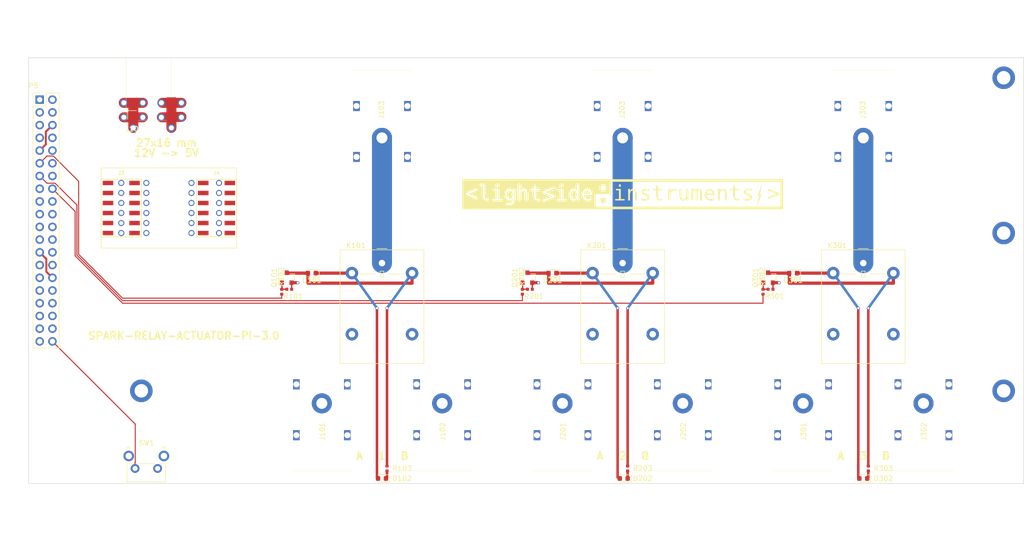
<source format=kicad_pcb>
(kicad_pcb (version 20211014) (generator pcbnew)
  (title_block (title "spark-relay-actuator-pi-3.0") (company "Lightside Instruments AS"))
  (layers (0 "F.Cu" signal) (1 "In1.Cu" mixed) (2 "In2.Cu" mixed) (31 "B.Cu" signal) (34 "B.Paste" user) (35 "F.Paste" user) (36 "B.SilkS" user "B.Silkscreen") (37 "F.SilkS" user "F.Silkscreen") (38 "B.Mask" user) (39 "F.Mask" user) (44 "Edge.Cuts" user))
  (net 0 "")
  (net 1 "GND")
  (net 2 "+5V")
  (net 3 "SYS_DCIN")
  (net 4 "Net-(D301-Pad2)")
  (net 5 "Net-(J301-Pad1)")
  (net 6 "Net-(Q301-Pad1)")
  (net 7 "+3V3")
  (net 8 "PORT3")
  (net 9 "PORT2")
  (net 10 "PORT1")
  (net 11 "RESET_BTN")
  (net 12 "Net-(J302-Pad1)")
  (net 13 "IN3")
  (net 14 "Net-(D101-Pad2)")
  (net 15 "Net-(D201-Pad2)")
  (net 16 "Net-(J101-Pad1)")
  (net 17 "Net-(J102-Pad1)")
  (net 18 "IN1")
  (net 19 "Net-(J201-Pad1)")
  (net 20 "Net-(J202-Pad1)")
  (net 21 "IN2")
  (net 22 "Net-(Q101-Pad1)")
  (net 23 "Net-(Q201-Pad1)")
  (net 24 "Net-(D102-Pad1)")
  (net 25 "Net-(D202-Pad1)")
  (net 26 "Net-(D302-Pad1)")
  (footprint "Resistor_SMD:R_0402_1005Metric" (layer "F.Cu") (at 66.5 87.715354 90)
    (fp_text reference "R102" (at 3 -0.1 90) (layer "F.SilkS"))
    (fp_text value "1K")
    (pad "1" smd roundrect locked (at -0.485 0 90) (size 0.59 0.64) (layers "F.Cu" "F.Paste" "F.Mask") (net 10 "PORT1"))
    (pad "2" smd roundrect locked (at 0.485 0 90) (size 0.59 0.64) (layers "F.Cu" "F.Paste" "F.Mask") (net 22 "Net-(Q101-Pad1)"))
  )
  (footprint "Relay_THT:Relay_SPDT_Omron-G5LE-1" (layer "F.Cu") (at 86.5 82)
    (fp_text reference "K101" (at -5.2 -3.5) (layer "F.SilkS"))
    (fp_text value "G5LE-1")
    (pad "1" thru_hole rect locked (at 0 0) (size 2.5 2.5) (drill 1.3) (layers *.Cu *.Mask) (net 18 "IN1"))
    (pad "2" thru_hole oval locked (at -6 2) (size 2.5 2.5) (drill 1.3) (layers *.Cu *.Mask) (net 3 "SYS_DCIN"))
    (pad "3" thru_hole oval locked (at -6 14.2) (size 2.5 2.5) (drill 1.3) (layers *.Cu *.Mask) (net 16 "Net-(J101-Pad1)"))
    (pad "4" thru_hole oval locked (at 6 14.2) (size 2.5 2.5) (drill 1.3) (layers *.Cu *.Mask) (net 17 "Net-(J102-Pad1)"))
    (pad "5" thru_hole oval locked (at 6 2) (size 2.5 2.5) (drill 1.3) (layers *.Cu *.Mask) (net 14 "Net-(D101-Pad2)"))
  )
  (footprint "Package_TO_SOT_SMD:SOT-23" (layer "F.Cu") (at 67.5 84.915354 90)
    (fp_text reference "Q101" (at 0 -2.5 90) (layer "F.SilkS"))
    (fp_text value "BS870")
    (pad "1" smd rect locked (at -1 -0.95 90) (size 0.9 0.8) (layers "F.Cu" "F.Paste" "F.Mask") (net 22 "Net-(Q101-Pad1)"))
    (pad "2" smd rect locked (at -1 0.95 90) (size 0.9 0.8) (layers "F.Cu" "F.Paste" "F.Mask") (net 1 "GND"))
    (pad "3" smd rect locked (at 1 0 90) (size 0.9 0.8) (layers "F.Cu" "F.Paste" "F.Mask") (net 14 "Net-(D101-Pad2)"))
  )
  (footprint "Resistor_SMD:R_0402_1005Metric" (layer "F.Cu") (at 68 87.215354)
    (fp_text reference "R101" (at 0.8 1.4) (layer "F.SilkS"))
    (fp_text value "10K")
    (pad "1" smd roundrect locked (at -0.485 0) (size 0.59 0.64) (layers "F.Cu" "F.Paste" "F.Mask") (net 22 "Net-(Q101-Pad1)"))
    (pad "2" smd roundrect locked (at 0.485 0) (size 0.59 0.64) (layers "F.Cu" "F.Paste" "F.Mask") (net 1 "GND"))
  )
  (footprint "Diode_SMD:D_0603_1608Metric" (layer "F.Cu") (at 72.5 84 180)
    (fp_text reference "D101" (at 0 -1.43 180) (layer "F.SilkS"))
    (fp_text value "D_Schottky")
    (pad "1" smd roundrect locked (at -0.7875 0 180) (size 0.875 0.95) (layers "F.Cu" "F.Paste" "F.Mask") (net 3 "SYS_DCIN"))
    (pad "2" smd roundrect locked (at 0.7875 0 180) (size 0.875 0.95) (layers "F.Cu" "F.Paste" "F.Mask") (net 14 "Net-(D101-Pad2)"))
  )
  (footprint "spark:mount_hole" (layer "F.Cu") (at 19.5 102.5 90)
    (fp_text reference "" hide)
    (fp_text value "" hide)
    (pad "" np_thru_hole circle locked (at 0 0 90) (size 2.75 2.75) (drill 2.75) (layers *.Cu *.Mask) (clearance 1.725))
  )
  (footprint "spark:mount_hole" (layer "F.Cu") (at 19.5 44.5 90)
    (fp_text reference "" hide)
    (fp_text value "" hide)
    (pad "" np_thru_hole circle locked (at 0 0 90) (size 2.75 2.75) (drill 2.75) (layers *.Cu *.Mask) (clearance 1.725))
  )
  (footprint "spark:PinHeader_2x20_P2.54mm_Vertical_1_04mm" (layer "F.Cu") (at 18.23 49.37)
    (fp_text reference "P5" (at -1.27 -2.77) (layer "F.SilkS"))
    (fp_text value "Raspberry_Pi_2_3")
    (pad "1" thru_hole rect locked (at 0 0) (size 1.7 1.7) (drill 1.04) (layers *.Cu *.Mask) (net 7 "+3V3"))
    (pad "2" thru_hole oval locked (at 2.54 0) (size 1.7 1.7) (drill 1.04) (layers *.Cu *.Mask) (net 2 "+5V"))
    (pad "3" thru_hole oval locked (at 0 2.54) (size 1.7 1.7) (drill 1.04) (layers *.Cu *.Mask))
    (pad "4" thru_hole oval locked (at 2.54 2.54) (size 1.7 1.7) (drill 1.04) (layers *.Cu *.Mask) (net 2 "+5V"))
    (pad "5" thru_hole oval locked (at 0 5.08) (size 1.7 1.7) (drill 1.04) (layers *.Cu *.Mask))
    (pad "6" thru_hole oval locked (at 2.54 5.08) (size 1.7 1.7) (drill 1.04) (layers *.Cu *.Mask) (net 1 "GND"))
    (pad "7" thru_hole oval locked (at 0 7.62) (size 1.7 1.7) (drill 1.04) (layers *.Cu *.Mask))
    (pad "8" thru_hole oval locked (at 2.54 7.62) (size 1.7 1.7) (drill 1.04) (layers *.Cu *.Mask))
    (pad "9" thru_hole oval locked (at 0 10.16) (size 1.7 1.7) (drill 1.04) (layers *.Cu *.Mask) (net 1 "GND"))
    (pad "10" thru_hole oval locked (at 2.54 10.16) (size 1.7 1.7) (drill 1.04) (layers *.Cu *.Mask))
    (pad "11" thru_hole oval locked (at 0 12.7) (size 1.7 1.7) (drill 1.04) (layers *.Cu *.Mask) (net 10 "PORT1"))
    (pad "12" thru_hole oval locked (at 2.54 12.7) (size 1.7 1.7) (drill 1.04) (layers *.Cu *.Mask))
    (pad "13" thru_hole oval locked (at 0 15.24) (size 1.7 1.7) (drill 1.04) (layers *.Cu *.Mask) (net 9 "PORT2"))
    (pad "14" thru_hole oval locked (at 2.54 15.24) (size 1.7 1.7) (drill 1.04) (layers *.Cu *.Mask) (net 1 "GND"))
    (pad "15" thru_hole oval locked (at 0 17.78) (size 1.7 1.7) (drill 1.04) (layers *.Cu *.Mask))
    (pad "16" thru_hole oval locked (at 2.54 17.78) (size 1.7 1.7) (drill 1.04) (layers *.Cu *.Mask) (net 8 "PORT3"))
    (pad "17" thru_hole oval locked (at 0 20.32) (size 1.7 1.7) (drill 1.04) (layers *.Cu *.Mask) (net 7 "+3V3"))
    (pad "18" thru_hole oval locked (at 2.54 20.32) (size 1.7 1.7) (drill 1.04) (layers *.Cu *.Mask))
    (pad "19" thru_hole oval locked (at 0 22.86) (size 1.7 1.7) (drill 1.04) (layers *.Cu *.Mask))
    (pad "20" thru_hole oval locked (at 2.54 22.86) (size 1.7 1.7) (drill 1.04) (layers *.Cu *.Mask) (net 1 "GND"))
    (pad "21" thru_hole oval locked (at 0 25.4) (size 1.7 1.7) (drill 1.04) (layers *.Cu *.Mask))
    (pad "22" thru_hole oval locked (at 2.54 25.4) (size 1.7 1.7) (drill 1.04) (layers *.Cu *.Mask))
    (pad "23" thru_hole oval locked (at 0 27.94) (size 1.7 1.7) (drill 1.04) (layers *.Cu *.Mask))
    (pad "24" thru_hole oval locked (at 2.54 27.94) (size 1.7 1.7) (drill 1.04) (layers *.Cu *.Mask))
    (pad "25" thru_hole oval locked (at 0 30.48) (size 1.7 1.7) (drill 1.04) (layers *.Cu *.Mask) (net 1 "GND"))
    (pad "26" thru_hole oval locked (at 2.54 30.48) (size 1.7 1.7) (drill 1.04) (layers *.Cu *.Mask))
    (pad "27" thru_hole oval locked (at 0 33.02) (size 1.7 1.7) (drill 1.04) (layers *.Cu *.Mask))
    (pad "28" thru_hole oval locked (at 2.54 33.02) (size 1.7 1.7) (drill 1.04) (layers *.Cu *.Mask))
    (pad "29" thru_hole oval locked (at 0 35.56) (size 1.7 1.7) (drill 1.04) (layers *.Cu *.Mask))
    (pad "30" thru_hole oval locked (at 2.54 35.56) (size 1.7 1.7) (drill 1.04) (layers *.Cu *.Mask) (net 1 "GND"))
    (pad "31" thru_hole oval locked (at 0 38.1) (size 1.7 1.7) (drill 1.04) (layers *.Cu *.Mask))
    (pad "32" thru_hole oval locked (at 2.54 38.1) (size 1.7 1.7) (drill 1.04) (layers *.Cu *.Mask))
    (pad "33" thru_hole oval locked (at 0 40.64) (size 1.7 1.7) (drill 1.04) (layers *.Cu *.Mask))
    (pad "34" thru_hole oval locked (at 2.54 40.64) (size 1.7 1.7) (drill 1.04) (layers *.Cu *.Mask) (net 1 "GND"))
    (pad "35" thru_hole oval locked (at 0 43.18) (size 1.7 1.7) (drill 1.04) (layers *.Cu *.Mask))
    (pad "36" thru_hole oval locked (at 2.54 43.18) (size 1.7 1.7) (drill 1.04) (layers *.Cu *.Mask))
    (pad "37" thru_hole oval locked (at 0 45.72) (size 1.7 1.7) (drill 1.04) (layers *.Cu *.Mask))
    (pad "38" thru_hole oval locked (at 2.54 45.72) (size 1.7 1.7) (drill 1.04) (layers *.Cu *.Mask))
    (pad "39" thru_hole oval locked (at 0 48.26) (size 1.7 1.7) (drill 1.04) (layers *.Cu *.Mask) (net 1 "GND"))
    (pad "40" thru_hole oval locked (at 2.54 48.26) (size 1.7 1.7) (drill 1.04) (layers *.Cu *.Mask) (net 11 "RESET_BTN"))
  )
  (footprint "spark:Socket_Strip_SMD_2x6_Pitch2mm" (layer "F.Cu") (at 33.5 66)
    (fp_text reference "J3" (at 1 -2) (layer "F.SilkS") (effects (font (size 0.7 0.7))))
    (fp_text value "Conn_02x06_Odd_Even")
    (pad "1" smd rect locked (at -1.65 0 270) (size 0.89 2.1) (layers "F.Cu" "F.Paste" "F.Mask") (net 1 "GND"))
    (pad "2" smd rect locked (at 3.65 0 270) (size 0.89 2.1) (layers "F.Cu" "F.Paste" "F.Mask") (net 3 "SYS_DCIN"))
    (pad "3" smd rect locked (at -1.65 2 270) (size 0.89 2.1) (layers "F.Cu" "F.Paste" "F.Mask") (net 1 "GND"))
    (pad "4" smd rect locked (at 3.65 2 270) (size 0.89 2.1) (layers "F.Cu" "F.Paste" "F.Mask") (net 3 "SYS_DCIN"))
    (pad "5" smd rect locked (at -1.65 4 270) (size 0.89 2.1) (layers "F.Cu" "F.Paste" "F.Mask") (net 1 "GND"))
    (pad "6" smd rect locked (at 3.65 4 270) (size 0.89 2.1) (layers "F.Cu" "F.Paste" "F.Mask") (net 3 "SYS_DCIN"))
    (pad "7" smd rect locked (at -1.65 6 270) (size 0.89 2.1) (layers "F.Cu" "F.Paste" "F.Mask") (net 1 "GND"))
    (pad "8" smd rect locked (at 3.65 6 270) (size 0.89 2.1) (layers "F.Cu" "F.Paste" "F.Mask") (net 3 "SYS_DCIN"))
    (pad "9" smd rect locked (at -1.65 8 270) (size 0.89 2.1) (layers "F.Cu" "F.Paste" "F.Mask") (net 1 "GND"))
    (pad "10" smd rect locked (at 3.65 8 270) (size 0.89 2.1) (layers "F.Cu" "F.Paste" "F.Mask") (net 3 "SYS_DCIN"))
    (pad "11" smd rect locked (at -1.65 10 270) (size 0.89 2.1) (layers "F.Cu" "F.Paste" "F.Mask") (net 1 "GND"))
    (pad "12" smd rect locked (at 3.65 10 270) (size 0.89 2.1) (layers "F.Cu" "F.Paste" "F.Mask") (net 3 "SYS_DCIN"))
  )
  (footprint "spark:Socket_Strip_SMD_2x6_Pitch2mm" (layer "F.Cu") (at 52.5 66)
    (fp_text reference "J4" (at 1 -2) (layer "F.SilkS") (effects (font (size 0.7 0.7))))
    (fp_text value "Conn_02x06_Odd_Even")
    (pad "1" smd rect locked (at -1.65 0 270) (size 0.89 2.1) (layers "F.Cu" "F.Paste" "F.Mask") (net 2 "+5V"))
    (pad "2" smd rect locked (at 3.65 0 270) (size 0.89 2.1) (layers "F.Cu" "F.Paste" "F.Mask") (net 1 "GND"))
    (pad "3" smd rect locked (at -1.65 2 270) (size 0.89 2.1) (layers "F.Cu" "F.Paste" "F.Mask") (net 2 "+5V"))
    (pad "4" smd rect locked (at 3.65 2 270) (size 0.89 2.1) (layers "F.Cu" "F.Paste" "F.Mask") (net 1 "GND"))
    (pad "5" smd rect locked (at -1.65 4 270) (size 0.89 2.1) (layers "F.Cu" "F.Paste" "F.Mask") (net 2 "+5V"))
    (pad "6" smd rect locked (at 3.65 4 270) (size 0.89 2.1) (layers "F.Cu" "F.Paste" "F.Mask") (net 1 "GND"))
    (pad "7" smd rect locked (at -1.65 6 270) (size 0.89 2.1) (layers "F.Cu" "F.Paste" "F.Mask") (net 2 "+5V"))
    (pad "8" smd rect locked (at 3.65 6 270) (size 0.89 2.1) (layers "F.Cu" "F.Paste" "F.Mask") (net 1 "GND"))
    (pad "9" smd rect locked (at -1.65 8 270) (size 0.89 2.1) (layers "F.Cu" "F.Paste" "F.Mask") (net 2 "+5V"))
    (pad "10" smd rect locked (at 3.65 8 270) (size 0.89 2.1) (layers "F.Cu" "F.Paste" "F.Mask") (net 1 "GND"))
    (pad "11" smd rect locked (at -1.65 10 270) (size 0.89 2.1) (layers "F.Cu" "F.Paste" "F.Mask") (net 2 "+5V"))
    (pad "12" smd rect locked (at 3.65 10 270) (size 0.89 2.1) (layers "F.Cu" "F.Paste" "F.Mask") (net 1 "GND"))
  )
  (footprint "spark:banana-plug-horizontal-black" (layer "F.Cu") (at 98.5 110 90)
    (fp_text reference "J102" (at -5.62 0.1 90) (layer "F.SilkS"))
    (fp_text value "Conn_01x01")
    (pad "1" thru_hole rect locked (at -6.36 -5.08 90) (size 2 1.3) (drill 1.2) (layers *.Cu *.Mask) (net 17 "Net-(J102-Pad1)"))
    (pad "1" thru_hole rect locked (at 3.8 5.08 90) (size 2 1.3) (drill 1.2) (layers *.Cu *.Mask) (net 17 "Net-(J102-Pad1)"))
    (pad "1" thru_hole circle locked (at 0 0 90) (size 4 4) (drill 2.2) (layers *.Cu *.Mask) (net 17 "Net-(J102-Pad1)"))
    (pad "1" thru_hole rect locked (at 3.8 -5.08 90) (size 2 1.3) (drill 1.2) (layers *.Cu *.Mask) (net 17 "Net-(J102-Pad1)"))
    (pad "1" thru_hole rect locked (at -6.36 5.08 90) (size 2 1.3) (drill 1.2) (layers *.Cu *.Mask) (net 17 "Net-(J102-Pad1)"))
  )
  (footprint "spark:banana-plug-horizontal-black" (layer "F.Cu") (at 74.5 110 90)
    (fp_text reference "J101" (at -5.62 0.1 90) (layer "F.SilkS"))
    (fp_text value "Conn_01x01")
    (pad "1" thru_hole rect locked (at 3.8 -5.08 90) (size 2 1.3) (drill 1.2) (layers *.Cu *.Mask) (net 16 "Net-(J101-Pad1)"))
    (pad "1" thru_hole circle locked (at 0 0 90) (size 4 4) (drill 2.2) (layers *.Cu *.Mask) (net 16 "Net-(J101-Pad1)"))
    (pad "1" thru_hole rect locked (at -6.36 -5.08 90) (size 2 1.3) (drill 1.2) (layers *.Cu *.Mask) (net 16 "Net-(J101-Pad1)"))
    (pad "1" thru_hole rect locked (at -6.36 5.08 90) (size 2 1.3) (drill 1.2) (layers *.Cu *.Mask) (net 16 "Net-(J101-Pad1)"))
    (pad "1" thru_hole rect locked (at 3.8 5.08 90) (size 2 1.3) (drill 1.2) (layers *.Cu *.Mask) (net 16 "Net-(J101-Pad1)"))
  )
  (footprint "spark:banana-plug-horizontal-black" (layer "F.Cu") (at 86.5 57 -90)
    (fp_text reference "J103" (at -5.62 0.1 -90) (layer "F.SilkS"))
    (fp_text value "Conn_01x01")
    (pad "1" thru_hole rect locked (at 3.8 -5.08 270) (size 2 1.3) (drill 1.2) (layers *.Cu *.Mask) (net 18 "IN1"))
    (pad "1" thru_hole rect locked (at -6.36 5.08 270) (size 2 1.3) (drill 1.2) (layers *.Cu *.Mask) (net 18 "IN1"))
    (pad "1" thru_hole rect locked (at -6.36 -5.08 270) (size 2 1.3) (drill 1.2) (layers *.Cu *.Mask) (net 18 "IN1"))
    (pad "1" thru_hole circle locked (at 0 0 270) (size 4 4) (drill 2.2) (layers *.Cu *.Mask) (net 18 "IN1"))
    (pad "1" thru_hole rect locked (at 3.8 5.08 270) (size 2 1.3) (drill 1.2) (layers *.Cu *.Mask) (net 18 "IN1"))
  )
  (footprint "Relay_THT:Relay_SPDT_Omron-G5LE-1" (layer "F.Cu") (at 134.5 82)
    (fp_text reference "K201" (at -5.2 -3.5) (layer "F.SilkS"))
    (fp_text value "G5LE-1")
    (pad "1" thru_hole rect locked (at 0 0) (size 2.5 2.5) (drill 1.3) (layers *.Cu *.Mask) (net 21 "IN2"))
    (pad "2" thru_hole oval locked (at -6 2) (size 2.5 2.5) (drill 1.3) (layers *.Cu *.Mask) (net 3 "SYS_DCIN"))
    (pad "3" thru_hole oval locked (at -6 14.2) (size 2.5 2.5) (drill 1.3) (layers *.Cu *.Mask) (net 19 "Net-(J201-Pad1)"))
    (pad "4" thru_hole oval locked (at 6 14.2) (size 2.5 2.5) (drill 1.3) (layers *.Cu *.Mask) (net 20 "Net-(J202-Pad1)"))
    (pad "5" thru_hole oval locked (at 6 2) (size 2.5 2.5) (drill 1.3) (layers *.Cu *.Mask) (net 15 "Net-(D201-Pad2)"))
  )
  (footprint "spark:banana-plug-horizontal-black" (layer "F.Cu") (at 194.5 110 90)
    (fp_text reference "J302" (at -5.62 0.1 90) (layer "F.SilkS"))
    (fp_text value "Conn_01x01")
    (pad "1" thru_hole circle locked (at 0 0 90) (size 4 4) (drill 2.2) (layers *.Cu *.Mask) (net 12 "Net-(J302-Pad1)"))
    (pad "1" thru_hole rect locked (at -6.36 5.08 90) (size 2 1.3) (drill 1.2) (layers *.Cu *.Mask) (net 12 "Net-(J302-Pad1)"))
    (pad "1" thru_hole rect locked (at 3.8 5.08 90) (size 2 1.3) (drill 1.2) (layers *.Cu *.Mask) (net 12 "Net-(J302-Pad1)"))
    (pad "1" thru_hole rect locked (at -6.36 -5.08 90) (size 2 1.3) (drill 1.2) (layers *.Cu *.Mask) (net 12 "Net-(J302-Pad1)"))
    (pad "1" thru_hole rect locked (at 3.8 -5.08 90) (size 2 1.3) (drill 1.2) (layers *.Cu *.Mask) (net 12 "Net-(J302-Pad1)"))
  )
  (footprint "spark:banana-plug-horizontal-black" (layer "F.Cu") (at 182.5 57 -90)
    (fp_text reference "J303" (at -5.62 0.1 -90) (layer "F.SilkS"))
    (fp_text value "Conn_01x01")
    (pad "1" thru_hole rect locked (at 3.8 5.08 270) (size 2 1.3) (drill 1.2) (layers *.Cu *.Mask) (net 13 "IN3"))
    (pad "1" thru_hole rect locked (at -6.36 -5.08 270) (size 2 1.3) (drill 1.2) (layers *.Cu *.Mask) (net 13 "IN3"))
    (pad "1" thru_hole rect locked (at 3.8 -5.08 270) (size 2 1.3) (drill 1.2) (layers *.Cu *.Mask) (net 13 "IN3"))
    (pad "1" thru_hole circle locked (at 0 0 270) (size 4 4) (drill 2.2) (layers *.Cu *.Mask) (net 13 "IN3"))
    (pad "1" thru_hole rect locked (at -6.36 5.08 270) (size 2 1.3) (drill 1.2) (layers *.Cu *.Mask) (net 13 "IN3"))
  )
  (footprint "spark:banana-plug-horizontal-black" (layer "F.Cu") (at 170.5 110 90)
    (fp_text reference "J301" (at -5.62 0.1 90) (layer "F.SilkS"))
    (fp_text value "Conn_01x01")
    (pad "1" thru_hole rect locked (at 3.8 -5.08 90) (size 2 1.3) (drill 1.2) (layers *.Cu *.Mask) (net 5 "Net-(J301-Pad1)"))
    (pad "1" thru_hole rect locked (at -6.36 -5.08 90) (size 2 1.3) (drill 1.2) (layers *.Cu *.Mask) (net 5 "Net-(J301-Pad1)"))
    (pad "1" thru_hole rect locked (at -6.36 5.08 90) (size 2 1.3) (drill 1.2) (layers *.Cu *.Mask) (net 5 "Net-(J301-Pad1)"))
    (pad "1" thru_hole rect locked (at 3.8 5.08 90) (size 2 1.3) (drill 1.2) (layers *.Cu *.Mask) (net 5 "Net-(J301-Pad1)"))
    (pad "1" thru_hole circle locked (at 0 0 90) (size 4 4) (drill 2.2) (layers *.Cu *.Mask) (net 5 "Net-(J301-Pad1)"))
  )
  (footprint "spark:banana-plug-horizontal-black" (layer "F.Cu") (at 122.5 110 90)
    (fp_text reference "J201" (at -5.62 0.1 90) (layer "F.SilkS"))
    (fp_text value "Conn_01x01")
    (pad "1" thru_hole rect locked (at 3.8 -5.08 90) (size 2 1.3) (drill 1.2) (layers *.Cu *.Mask) (net 19 "Net-(J201-Pad1)"))
    (pad "1" thru_hole rect locked (at -6.36 -5.08 90) (size 2 1.3) (drill 1.2) (layers *.Cu *.Mask) (net 19 "Net-(J201-Pad1)"))
    (pad "1" thru_hole circle locked (at 0 0 90) (size 4 4) (drill 2.2) (layers *.Cu *.Mask) (net 19 "Net-(J201-Pad1)"))
    (pad "1" thru_hole rect locked (at -6.36 5.08 90) (size 2 1.3) (drill 1.2) (layers *.Cu *.Mask) (net 19 "Net-(J201-Pad1)"))
    (pad "1" thru_hole rect locked (at 3.8 5.08 90) (size 2 1.3) (drill 1.2) (layers *.Cu *.Mask) (net 19 "Net-(J201-Pad1)"))
  )
  (footprint "spark:banana-plug-horizontal-black" (layer "F.Cu") (at 146.5 110 90)
    (fp_text reference "J202" (at -5.62 0.1 90) (layer "F.SilkS"))
    (fp_text value "Conn_01x01")
    (pad "1" thru_hole rect locked (at -6.36 -5.08 90) (size 2 1.3) (drill 1.2) (layers *.Cu *.Mask) (net 20 "Net-(J202-Pad1)"))
    (pad "1" thru_hole rect locked (at 3.8 5.08 90) (size 2 1.3) (drill 1.2) (layers *.Cu *.Mask) (net 20 "Net-(J202-Pad1)"))
    (pad "1" thru_hole rect locked (at -6.36 5.08 90) (size 2 1.3) (drill 1.2) (layers *.Cu *.Mask) (net 20 "Net-(J202-Pad1)"))
    (pad "1" thru_hole rect locked (at 3.8 -5.08 90) (size 2 1.3) (drill 1.2) (layers *.Cu *.Mask) (net 20 "Net-(J202-Pad1)"))
    (pad "1" thru_hole circle locked (at 0 0 90) (size 4 4) (drill 2.2) (layers *.Cu *.Mask) (net 20 "Net-(J202-Pad1)"))
  )
  (footprint "spark:banana-plug-horizontal-black" (layer "F.Cu") (at 134.5 57 -90)
    (fp_text reference "J203" (at -5.62 0.1 -90) (layer "F.SilkS"))
    (fp_text value "Conn_01x01")
    (pad "1" thru_hole rect locked (at 3.8 5.08 270) (size 2 1.3) (drill 1.2) (layers *.Cu *.Mask) (net 21 "IN2"))
    (pad "1" thru_hole rect locked (at -6.36 5.08 270) (size 2 1.3) (drill 1.2) (layers *.Cu *.Mask) (net 21 "IN2"))
    (pad "1" thru_hole circle locked (at 0 0 270) (size 4 4) (drill 2.2) (layers *.Cu *.Mask) (net 21 "IN2"))
    (pad "1" thru_hole rect locked (at -6.36 -5.08 270) (size 2 1.3) (drill 1.2) (layers *.Cu *.Mask) (net 21 "IN2"))
    (pad "1" thru_hole rect locked (at 3.8 -5.08 270) (size 2 1.3) (drill 1.2) (layers *.Cu *.Mask) (net 21 "IN2"))
  )
  (footprint "spark:96Boards_CE_outline_std_brick_left" (layer "F.Cu") (at 129.5 126)
    (fp_text reference "REF**" hide)
    (fp_text value "96Boards CE Outline Brick" hide)
    (pad "1" thru_hole circle locked (at 81 -18.5) (size 4.5 4.5) (drill 2.7) (layers *.Cu *.Mask))
    (pad "1" thru_hole circle locked (at 81 -50) (size 4.5 4.5) (drill 2.7) (layers *.Cu *.Mask))
  )
  (footprint "Resistor_SMD:R_0402_1005Metric" (layer "F.Cu") (at 116 87.215354)
    (fp_text reference "R201" (at 0.8 1.4) (layer "F.SilkS"))
    (fp_text value "10K")
    (pad "1" smd roundrect locked (at -0.485 0) (size 0.59 0.64) (layers "F.Cu" "F.Paste" "F.Mask") (net 23 "Net-(Q201-Pad1)"))
    (pad "2" smd roundrect locked (at 0.485 0) (size 0.59 0.64) (layers "F.Cu" "F.Paste" "F.Mask") (net 1 "GND"))
  )
  (footprint "Package_TO_SOT_SMD:SOT-23" (layer "F.Cu") (at 163.5 84.915354 90)
    (fp_text reference "Q301" (at 0 -2.5 90) (layer "F.SilkS"))
    (fp_text value "BS870")
    (pad "1" smd rect locked (at -1 -0.95 90) (size 0.9 0.8) (layers "F.Cu" "F.Paste" "F.Mask") (net 6 "Net-(Q301-Pad1)"))
    (pad "2" smd rect locked (at -1 0.95 90) (size 0.9 0.8) (layers "F.Cu" "F.Paste" "F.Mask") (net 1 "GND"))
    (pad "3" smd rect locked (at 1 0 90) (size 0.9 0.8) (layers "F.Cu" "F.Paste" "F.Mask") (net 4 "Net-(D301-Pad2)"))
  )
  (footprint "Resistor_SMD:R_0402_1005Metric" (layer "F.Cu") (at 114.5 87.715354 90)
    (fp_text reference "R202" (at 3 -0.1 90) (layer "F.SilkS"))
    (fp_text value "1K")
    (pad "1" smd roundrect locked (at -0.485 0 90) (size 0.59 0.64) (layers "F.Cu" "F.Paste" "F.Mask") (net 9 "PORT2"))
    (pad "2" smd roundrect locked (at 0.485 0 90) (size 0.59 0.64) (layers "F.Cu" "F.Paste" "F.Mask") (net 23 "Net-(Q201-Pad1)"))
  )
  (footprint "Diode_SMD:D_0603_1608Metric" (layer "F.Cu") (at 120.5 84 180)
    (fp_text reference "D201" (at 0 -1.43 180) (layer "F.SilkS"))
    (fp_text value "D_Schottky")
    (pad "1" smd roundrect locked (at -0.7875 0 180) (size 0.875 0.95) (layers "F.Cu" "F.Paste" "F.Mask") (net 3 "SYS_DCIN"))
    (pad "2" smd roundrect locked (at 0.7875 0 180) (size 0.875 0.95) (layers "F.Cu" "F.Paste" "F.Mask") (net 15 "Net-(D201-Pad2)"))
  )
  (footprint "Diode_SMD:D_0603_1608Metric" (layer "F.Cu") (at 86.5 125 180)
    (fp_text reference "D102" (at -4 0 180) (layer "F.SilkS"))
    (fp_text value "LED")
    (pad "1" smd roundrect locked (at -0.7875 0 180) (size 0.875 0.95) (layers "F.Cu" "F.Paste" "F.Mask") (net 24 "Net-(D102-Pad1)"))
    (pad "2" smd roundrect locked (at 0.7875 0 180) (size 0.875 0.95) (layers "F.Cu" "F.Paste" "F.Mask") (net 3 "SYS_DCIN"))
  )
  (footprint "Diode_SMD:D_0603_1608Metric" (layer "F.Cu") (at 134.7125 125 180)
    (fp_text reference "D202" (at -3.7875 0 180) (layer "F.SilkS"))
    (fp_text value "LED")
    (pad "1" smd roundrect locked (at -0.7875 0 180) (size 0.875 0.95) (layers "F.Cu" "F.Paste" "F.Mask") (net 25 "Net-(D202-Pad1)"))
    (pad "2" smd roundrect locked (at 0.7875 0 180) (size 0.875 0.95) (layers "F.Cu" "F.Paste" "F.Mask") (net 3 "SYS_DCIN"))
  )
  (footprint "Diode_SMD:D_0603_1608Metric" (layer "F.Cu") (at 182.5 125 180)
    (fp_text reference "D302" (at -4 0 180) (layer "F.SilkS"))
    (fp_text value "LED")
    (pad "1" smd roundrect locked (at -0.7875 0 180) (size 0.875 0.95) (layers "F.Cu" "F.Paste" "F.Mask") (net 26 "Net-(D302-Pad1)"))
    (pad "2" smd roundrect locked (at 0.7875 0 180) (size 0.875 0.95) (layers "F.Cu" "F.Paste" "F.Mask") (net 3 "SYS_DCIN"))
  )
  (footprint "Resistor_SMD:R_0402_1005Metric" (layer "F.Cu") (at 87.5 123 90)
    (fp_text reference "R103" (at 0 3 180) (layer "F.SilkS"))
    (fp_text value "1K")
    (pad "1" smd roundrect locked (at -0.485 0 90) (size 0.59 0.64) (layers "F.Cu" "F.Paste" "F.Mask") (net 24 "Net-(D102-Pad1)"))
    (pad "2" smd roundrect locked (at 0.485 0 90) (size 0.59 0.64) (layers "F.Cu" "F.Paste" "F.Mask") (net 14 "Net-(D101-Pad2)"))
  )
  (footprint "Resistor_SMD:R_0402_1005Metric" (layer "F.Cu") (at 135.5 123 90)
    (fp_text reference "R203" (at 0 3 180) (layer "F.SilkS"))
    (fp_text value "1K")
    (pad "1" smd roundrect locked (at -0.485 0 90) (size 0.59 0.64) (layers "F.Cu" "F.Paste" "F.Mask") (net 25 "Net-(D202-Pad1)"))
    (pad "2" smd roundrect locked (at 0.485 0 90) (size 0.59 0.64) (layers "F.Cu" "F.Paste" "F.Mask") (net 15 "Net-(D201-Pad2)"))
  )
  (footprint "Resistor_SMD:R_0402_1005Metric" (layer "F.Cu") (at 183.5 123 90)
    (fp_text reference "R303" (at 0 3 180) (layer "F.SilkS"))
    (fp_text value "1K")
    (pad "1" smd roundrect locked (at -0.485 0 90) (size 0.59 0.64) (layers "F.Cu" "F.Paste" "F.Mask") (net 26 "Net-(D302-Pad1)"))
    (pad "2" smd roundrect locked (at 0.485 0 90) (size 0.59 0.64) (layers "F.Cu" "F.Paste" "F.Mask") (net 4 "Net-(D301-Pad2)"))
  )
  (footprint "spark:mount_hole" (layer "F.Cu") (at 110 76 90)
    (fp_text reference "" hide)
    (fp_text value "" hide)
    (pad "" np_thru_hole circle locked (at 0 0 90) (size 2.75 2.75) (drill 2.75) (layers *.Cu *.Mask) (clearance 1.725))
  )
  (footprint "spark:mount_hole" (layer "F.Cu") (at 159 76 90)
    (fp_text reference "" hide)
    (fp_text value "" hide)
    (pad "" np_thru_hole circle locked (at 0 0 90) (size 2.75 2.75) (drill 2.75) (layers *.Cu *.Mask) (clearance 1.725))
  )
  (footprint "spark:Hole_2.5MM" (layer "F.Cu") (at 210.5 45 90)
    (fp_text reference "" hide)
    (fp_text value "" hide)
    (pad "1" thru_hole circle locked (at 0 0 90) (size 4.5 4.5) (drill 2.7) (layers *.Cu *.Mask))
  )
  (footprint "spark:PJ1-021-SMT-TR" (layer "F.Cu") (at 39.5 45)
    (fp_text reference "J10" (at -2.9 10.2) (layer "F.SilkS"))
    (fp_text value "Barrel_Jack")
    (pad "" np_thru_hole circle locked (at 2.5 0) (size 1.3 1.3) (drill 1.3) (layers *.Cu *.Mask))
    (pad "" np_thru_hole circle locked (at -1.5 0) (size 1.3 1.3) (drill 1.3) (layers *.Cu *.Mask))
    (pad "1" smd rect locked (at -2.6 7.9) (size 1.8 2.2) (layers "F.Cu" "F.Paste" "F.Mask") (net 3 "SYS_DCIN"))
    (pad "2" smd rect locked (at 5 5) (size 1.8 2.2) (layers "F.Cu" "F.Paste" "F.Mask") (net 1 "GND"))
    (pad "3" smd rect locked (at 5 7.9) (size 1.8 2.2) (layers "F.Cu" "F.Paste" "F.Mask") (net 1 "GND"))
  )
  (footprint "Button_Switch_THT:SW_Tactile_SPST_Angled_PTS645Vx83-2LFS" (layer "F.Cu") (at 41.75 123 180)
    (fp_text reference "SW1" (at 2.2 5.1 180) (layer "F.SilkS"))
    (fp_text value "SW_Push")
    (pad "" thru_hole circle locked (at 5.76 2.49 180) (size 2.1 2.1) (drill 1.3) (layers *.Cu *.Mask))
    (pad "" thru_hole circle locked (at -1.25 2.49 180) (size 2.1 2.1) (drill 1.3) (layers *.Cu *.Mask))
    (pad "1" thru_hole circle locked (at 0 0 180) (size 1.75 1.75) (drill 0.99) (layers *.Cu *.Mask) (net 1 "GND"))
    (pad "2" thru_hole circle locked (at 4.5 0 180) (size 1.75 1.75) (drill 0.99) (layers *.Cu *.Mask) (net 11 "RESET_BTN"))
  )
  (footprint "spark:lightside-instruments-logo-silks" (layer "F.Cu") (at 134.5 68.25)
    (fp_text reference "" (at 0 0) (layer "F.SilkS") (effects (font (size 1.27 1.27))))
    (fp_text value "" (at 0 0) (layer "F.SilkS") (effects (font (size 1.27 1.27))))
  )
  (footprint "spark:Hole_2.5MM" (layer "F.Cu") (at 38.5 107.5)
    (fp_text reference "REF**" hide)
    (fp_text value "Hole_2.5MM" hide)
    (pad "1" thru_hole circle locked (at 0 0) (size 4.5 4.5) (drill 2.7) (layers *.Cu *.Mask))
  )
  (footprint "Resistor_SMD:R_0402_1005Metric" (layer "F.Cu") (at 164 87.215354)
    (fp_text reference "R301" (at 0.8 1.4) (layer "F.SilkS"))
    (fp_text value "10K")
    (pad "1" smd roundrect locked (at -0.485 0) (size 0.59 0.64) (layers "F.Cu" "F.Paste" "F.Mask") (net 6 "Net-(Q301-Pad1)"))
    (pad "2" smd roundrect locked (at 0.485 0) (size 0.59 0.64) (layers "F.Cu" "F.Paste" "F.Mask") (net 1 "GND"))
  )
  (footprint "Package_TO_SOT_SMD:SOT-23" (layer "F.Cu") (at 115.5 84.915354 90)
    (fp_text reference "Q201" (at 0 -2.5 90) (layer "F.SilkS"))
    (fp_text value "BS870")
    (pad "1" smd rect locked (at -1 -0.95 90) (size 0.9 0.8) (layers "F.Cu" "F.Paste" "F.Mask") (net 23 "Net-(Q201-Pad1)"))
    (pad "2" smd rect locked (at -1 0.95 90) (size 0.9 0.8) (layers "F.Cu" "F.Paste" "F.Mask") (net 1 "GND"))
    (pad "3" smd rect locked (at 1 0 90) (size 0.9 0.8) (layers "F.Cu" "F.Paste" "F.Mask") (net 15 "Net-(D201-Pad2)"))
  )
  (footprint "Resistor_SMD:R_0402_1005Metric" (layer "F.Cu") (at 162.5 87.715354 90)
    (fp_text reference "R302" (at 3 -0.1 90) (layer "F.SilkS"))
    (fp_text value "1K")
    (pad "1" smd roundrect locked (at -0.485 0 90) (size 0.59 0.64) (layers "F.Cu" "F.Paste" "F.Mask") (net 8 "PORT3"))
    (pad "2" smd roundrect locked (at 0.485 0 90) (size 0.59 0.64) (layers "F.Cu" "F.Paste" "F.Mask") (net 6 "Net-(Q301-Pad1)"))
  )
  (footprint "Relay_THT:Relay_SPDT_Omron-G5LE-1" (layer "F.Cu") (at 182.5 82)
    (fp_text reference "K301" (at -5.2 -3.5) (layer "F.SilkS"))
    (fp_text value "G5LE-1")
    (pad "1" thru_hole rect locked (at 0 0) (size 2.5 2.5) (drill 1.3) (layers *.Cu *.Mask) (net 13 "IN3"))
    (pad "2" thru_hole oval locked (at -6 2) (size 2.5 2.5) (drill 1.3) (layers *.Cu *.Mask) (net 3 "SYS_DCIN"))
    (pad "3" thru_hole oval locked (at -6 14.2) (size 2.5 2.5) (drill 1.3) (layers *.Cu *.Mask) (net 5 "Net-(J301-Pad1)"))
    (pad "4" thru_hole oval locked (at 6 14.2) (size 2.5 2.5) (drill 1.3) (layers *.Cu *.Mask) (net 12 "Net-(J302-Pad1)"))
    (pad "5" thru_hole oval locked (at 6 2) (size 2.5 2.5) (drill 1.3) (layers *.Cu *.Mask) (net 4 "Net-(D301-Pad2)"))
  )
  (footprint "Diode_SMD:D_0603_1608Metric" (layer "F.Cu") (at 168.5 84 180)
    (fp_text reference "D301" (at 0 -1.43 180) (layer "F.SilkS"))
    (fp_text value "D_Schottky")
    (pad "1" smd roundrect locked (at -0.7875 0 180) (size 0.875 0.95) (layers "F.Cu" "F.Paste" "F.Mask") (net 3 "SYS_DCIN"))
    (pad "2" smd roundrect locked (at 0.7875 0 180) (size 0.875 0.95) (layers "F.Cu" "F.Paste" "F.Mask") (net 4 "Net-(D301-Pad2)"))
  )
  (gr_line (start 30.5 63) (end 57.5 63) (layer "F.SilkS") (width 0.12))
  (gr_line (start 30.5 79) (end 30.5 63) (layer "F.SilkS") (width 0.12))
  (gr_line (start 57.5 79) (end 30.5 79) (layer "F.SilkS") (width 0.12))
  (gr_line (start 57.5 63) (end 57.5 79) (layer "F.SilkS") (width 0.12))
  (gr_line (start 214.5 41) (end 16 41) (layer "Edge.Cuts") (width 0.1))
  (gr_line (start 16 126) (end 214.5 126) (layer "Edge.Cuts") (width 0.1))
  (gr_line (start 16 41) (end 16 126) (layer "Edge.Cuts") (width 0.1))
  (gr_line (start 214.5 126) (end 214.5 41) (layer "Edge.Cuts") (width 0.1))
  (gr_text "A" (at 178 120.5) (layer "F.SilkS") (effects (font (size 1.5 1.5) (thickness 0.3))))
  (gr_text "3" (at 182.5 120.5) (layer "F.SilkS") (effects (font (size 1.5 1.5) (thickness 0.3))))
  (gr_text "B" (at 187 120.5) (layer "F.SilkS") (effects (font (size 1.5 1.5) (thickness 0.3))))
  (gr_text "2" (at 134.5 120.5) (layer "F.SilkS") (effects (font (size 1.5 1.5) (thickness 0.3))))
  (gr_text "SPARK-RELAY-ACTUATOR-PI-3.0" (at 27.75 96.5) (layer "F.SilkS") (effects (font (size 1.5 1.5) (thickness 0.3)) (justify left)))
  (gr_text "A" (at 130 120.5) (layer "F.SilkS") (effects (font (size 1.5 1.5) (thickness 0.3))))
  (gr_text "1" (at 86.5 120.5) (layer "F.SilkS") (effects (font (size 1.5 1.5) (thickness 0.3))))
  (gr_text "B" (at 139 120.5) (layer "F.SilkS") (effects (font (size 1.5 1.5) (thickness 0.3))))
  (gr_text "12V -> 5V" (at 43.5 60) (layer "F.SilkS") (effects (font (size 1.5 1.5) (thickness 0.3))))
  (gr_text "B" (at 91 120.5) (layer "F.SilkS") (effects (font (size 1.5 1.5) (thickness 0.3))))
  (gr_text "27x16 mm" (at 43.5 58) (layer "F.SilkS") (effects (font (size 1.5 1.5) (thickness 0.3))))
  (gr_text "A" (at 82 120.5) (layer "F.SilkS") (effects (font (size 1.5 1.5) (thickness 0.3))))
  (segment (start 68.485 85.950354) (end 68.45 85.915354) (width 0.254) (layer "F.Cu") (net 1))
  (segment (start 68.45 85.915354) (end 69.7 85.915354) (width 0.635) (layer "F.Cu") (net 1))
  (segment (start 68.485 87.215354) (end 68.485 85.950354) (width 0.254) (layer "F.Cu") (net 1))
  (segment (start 164.485 85.950354) (end 164.45 85.915354) (width 0.254) (layer "F.Cu") (net 1))
  (segment (start 116.45 85.915354) (end 117.7 85.915354) (width 0.635) (layer "F.Cu") (net 1))
  (segment (start 116.485 87.215354) (end 116.485 85.950354) (width 0.254) (layer "F.Cu") (net 1))
  (segment (start 44.5 52.9) (end 44.5 53.1) (width 0.254) (layer "F.Cu") (net 1))
  (segment (start 42.7 50) (end 46.5 50) (width 2) (layer "F.Cu") (net 1))
  (segment (start 42.6 52.9) (end 46.5 52.8) (width 2) (layer "F.Cu") (net 1))
  (segment (start 42.7 52.9) (end 42.6 52.8) (width 0.635) (layer "F.Cu") (net 1))
  (segment (start 44.5 55) (end 44.5 50) (width 2) (layer "F.Cu") (net 1))
  (segment (start 19.448301 58.311699) (end 19.448301 55.771699) (width 0.381) (layer "F.Cu") (net 1))
  (segment (start 18.23 59.53) (end 19.448301 58.311699) (width 0.381) (layer "F.Cu") (net 1))
  (segment (start 19.448301 55.771699) (end 19.920001 55.299999) (width 0.381) (layer "F.Cu") (net 1))
  (segment (start 164.45 85.915354) (end 165.7 85.915354) (width 0.635) (layer "F.Cu") (net 1))
  (segment (start 18.23 79.85) (end 19.551699 81.171699) (width 0.381) (layer "F.Cu") (net 1))
  (segment (start 116.485 85.950354) (end 116.45 85.915354) (width 0.254) (layer "F.Cu") (net 1))
  (segment (start 19.920001 84.080001) (end 20.77 84.93) (width 0.381) (layer "F.Cu") (net 1))
  (segment (start 19.551699 83.711699) (end 19.920001 84.080001) (width 0.381) (layer "F.Cu") (net 1))
  (segment (start 164.485 87.215354) (end 164.485 85.950354) (width 0.254) (layer "F.Cu") (net 1))
  (segment (start 19.551699 81.171699) (end 19.551699 83.711699) (width 0.381) (layer "F.Cu") (net 1))
  (segment (start 19.920001 55.299999) (end 20.77 54.45) (width 0.381) (layer "F.Cu") (net 1))
  (via (at 69.7 85.915354) (size 0.6) (drill 0.4) (layers "F.Cu" "B.Cu") (net 1))
  (via (at 117.7 85.915354) (size 0.6) (drill 0.4) (layers "F.Cu" "B.Cu") (net 1))
  (via (at 46.5 50) (size 1.5) (drill 1) (layers "F.Cu" "B.Cu") (net 1))
  (via (at 42.5 50) (size 1.5) (drill 1) (layers "F.Cu" "B.Cu") (net 1))
  (via (at 46.5 52.9) (size 1.5) (drill 1) (layers "F.Cu" "B.Cu") (net 1))
  (via (at 42.5 52.9) (size 1.5) (drill 1) (layers "F.Cu" "B.Cu") (net 1))
  (via (at 44.5 55) (size 1.5) (drill 1) (layers "F.Cu" "B.Cu") (net 1))
  (via (at 54 70) (size 1.2) (drill 0.8) (layers "F.Cu" "B.Cu") (net 1))
  (via (at 34.5 68) (size 1.2) (drill 0.8) (layers "F.Cu" "B.Cu") (net 1))
  (via (at 34.5 66) (size 1.2) (drill 0.8) (layers "F.Cu" "B.Cu") (net 1))
  (via (at 54 74) (size 1.2) (drill 0.8) (layers "F.Cu" "B.Cu") (net 1))
  (via (at 34.5 72) (size 1.2) (drill 0.8) (layers "F.Cu" "B.Cu") (net 1))
  (via (at 165.7 85.915354) (size 0.6) (drill 0.4) (layers "F.Cu" "B.Cu") (net 1))
  (via (at 54 66) (size 1.2) (drill 0.8) (layers "F.Cu" "B.Cu") (net 1))
  (via (at 34.5 76) (size 1.2) (drill 0.8) (layers "F.Cu" "B.Cu") (net 1))
  (via (at 54 72) (size 1.2) (drill 0.8) (layers "F.Cu" "B.Cu") (net 1))
  (via (at 54 68) (size 1.2) (drill 0.8) (layers "F.Cu" "B.Cu") (net 1))
  (via (at 54 76) (size 1.2) (drill 0.8) (layers "F.Cu" "B.Cu") (net 1))
  (via (at 34.5 74) (size 1.2) (drill 0.8) (layers "F.Cu" "B.Cu") (net 1))
  (via (at 34.5 70) (size 1.2) (drill 0.8) (layers "F.Cu" "B.Cu") (net 1))
  (via (at 48.5 72) (size 1.2) (drill 0.8) (layers "F.Cu" "B.Cu") (net 2))
  (via (at 48.5 74) (size 1.2) (drill 0.8) (layers "F.Cu" "B.Cu") (net 2))
  (via (at 48.5 70) (size 1.2) (drill 0.8) (layers "F.Cu" "B.Cu") (net 2))
  (via (at 48.5 66) (size 1.2) (drill 0.8) (layers "F.Cu" "B.Cu") (net 2))
  (via (at 48.5 68) (size 1.2) (drill 0.8) (layers "F.Cu" "B.Cu") (net 2))
  (via (at 48.5 76) (size 1.2) (drill 0.8) (layers "F.Cu" "B.Cu") (net 2))
  (segment (start 176.5 84) (end 169.2875 84) (width 0.635) (layer "F.Cu") (net 3))
  (segment (start 133.5 91) (end 133.5 124.7875) (width 0.5) (layer "F.Cu") (net 3))
  (segment (start 36.9 55) (end 36.9 50) (width 2) (layer "F.Cu") (net 3))
  (segment (start 35 52.9) (end 38.8 52.9) (width 2) (layer "F.Cu") (net 3))
  (segment (start 35 50) (end 38.8 50) (width 2) (layer "F.Cu") (net 3))
  (segment (start 34.915 52.985) (end 35 52.9) (width 0.254) (layer "F.Cu") (net 3))
  (segment (start 128.5 84) (end 121.2875 84) (width 0.635) (layer "F.Cu") (net 3))
  (segment (start 80.5 84) (end 73.2875 84) (width 0.635) (layer "F.Cu") (net 3))
  (segment (start 181.5 91) (end 181.5 124.7875) (width 0.5) (layer "F.Cu") (net 3))
  (segment (start 85.5 91) (end 85.5 124.7875) (width 0.5) (layer "F.Cu") (net 3))
  (via (at 133.5 91) (size 0.6) (drill 0.4) (layers "F.Cu" "B.Cu") (net 3))
  (via (at 38.8 50) (size 1.5) (drill 1) (layers "F.Cu" "B.Cu") (net 3))
  (via (at 38.8 52.9) (size 1.5) (drill 1) (layers "F.Cu" "B.Cu") (net 3))
  (via (at 35 50) (size 1.5) (drill 1) (layers "F.Cu" "B.Cu") (net 3))
  (via (at 35 52.9) (size 1.5) (drill 1) (layers "F.Cu" "B.Cu") (net 3))
  (via (at 36.9 55) (size 1.5) (drill 1) (layers "F.Cu" "B.Cu") (net 3))
  (via (at 181.5 91) (size 0.6) (drill 0.4) (layers "F.Cu" "B.Cu") (net 3))
  (via (at 39.5 74) (size 1.2) (drill 0.8) (layers "F.Cu" "B.Cu") (net 3))
  (via (at 39.5 68) (size 1.2) (drill 0.8) (layers "F.Cu" "B.Cu") (net 3))
  (via (at 39.5 70) (size 1.2) (drill 0.8) (layers "F.Cu" "B.Cu") (net 3))
  (via (at 39.5 76) (size 1.2) (drill 0.8) (layers "F.Cu" "B.Cu") (net 3))
  (via (at 39.5 72) (size 1.2) (drill 0.8) (layers "F.Cu" "B.Cu") (net 3))
  (via (at 39.5 66) (size 1.2) (drill 0.8) (layers "F.Cu" "B.Cu") (net 3))
  (via (at 85.5 91) (size 0.6) (drill 0.4) (layers "F.Cu" "B.Cu") (net 3))
  (segment (start 128.5 84) (end 133.5 91) (width 0.5) (layer "B.Cu") (net 3))
  (segment (start 176.5 84) (end 181.5 91) (width 0.5) (layer "B.Cu") (net 3))
  (segment (start 80.5 84) (end 85.5 91) (width 0.5) (layer "B.Cu") (net 3))
  (segment (start 163.497146 83.9125) (end 163.5 83.915354) (width 0.254) (layer "F.Cu") (net 4))
  (segment (start 167.7125 84) (end 163.584646 84) (width 0.635) (layer "F.Cu") (net 4))
  (segment (start 188.5 86) (end 188.5 84) (width 0.635) (layer "F.Cu") (net 4))
  (segment (start 167.75 84) (end 167.75 86) (width 0.635) (layer "F.Cu") (net 4))
  (segment (start 167.75 86) (end 188.5 86) (width 0.635) (layer "F.Cu") (net 4))
  (segment (start 183.5 122.515) (end 183.5 91) (width 0.5) (layer "F.Cu") (net 4))
  (via (at 183.5 91) (size 0.6) (drill 0.4) (layers "F.Cu" "B.Cu") (net 4))
  (segment (start 188.5 84) (end 183.5 91) (width 0.5) (layer "B.Cu") (net 4))
  (segment (start 162.515 87.215354) (end 162.5 87.230354) (width 0.254) (layer "F.Cu") (net 6))
  (segment (start 163.515 87.215354) (end 162.515 87.215354) (width 0.254) (layer "F.Cu") (net 6))
  (segment (start 162.55 87.180354) (end 162.5 87.230354) (width 0.254) (layer "F.Cu") (net 6))
  (segment (start 162.55 85.915354) (end 162.55 87.180354) (width 0.254) (layer "F.Cu") (net 6))
  (segment (start 34.75 90) (end 25.29998 80.54998) (width 0.2) (layer "F.Cu") (net 8))
  (segment (start 25.29998 80.54998) (end 25.29998 71.67998) (width 0.2) (layer "F.Cu") (net 8))
  (segment (start 21.619999 67.999999) (end 20.77 67.15) (width 0.2) (layer "F.Cu") (net 8))
  (segment (start 162.5 90) (end 34.75 90) (width 0.2) (layer "F.Cu") (net 8))
  (segment (start 162.5 88.200354) (end 162.5 90) (width 0.2) (layer "F.Cu") (net 8))
  (segment (start 25.29998 71.67998) (end 21.619999 67.999999) (width 0.2) (layer "F.Cu") (net 8))
  (segment (start 21.298001 66.049999) (end 19.669999 66.049999) (width 0.2) (layer "F.Cu") (net 9))
  (segment (start 114.5 89.5) (end 34.75 89.5) (width 0.2) (layer "F.Cu") (net 9))
  (segment (start 34.75 89.5) (end 25.64999 80.39999) (width 0.2) (layer "F.Cu") (net 9))
  (segment (start 19.669999 66.049999) (end 18.23 64.61) (width 0.2) (layer "F.Cu") (net 9))
  (segment (start 25.64999 80.39999) (end 25.64999 70.401988) (width 0.2) (layer "F.Cu") (net 9))
  (segment (start 114.5 88.200354) (end 114.5 89.5) (width 0.2) (layer "F.Cu") (net 9))
  (segment (start 25.64999 70.401988) (end 21.298001 66.049999) (width 0.2) (layer "F.Cu") (net 9))
  (segment (start 34.75 89) (end 66.5 89) (width 0.2) (layer "F.Cu") (net 10))
  (segment (start 26 65.671998) (end 26 80.25) (width 0.2) (layer "F.Cu") (net 10))
  (segment (start 18.23 62.07) (end 19.669999 60.630001) (width 0.2) (layer "F.Cu") (net 10))
  (segment (start 19.669999 60.630001) (end 20.958003 60.630001) (width 0.2) (layer "F.Cu") (net 10))
  (segment (start 26 80.25) (end 34.75 89) (width 0.2) (layer "F.Cu") (net 10))
  (segment (start 20.958003 60.630001) (end 26 65.671998) (width 0.2) (layer "F.Cu") (net 10))
  (segment (start 66.5 89) (end 66.5 88.200354) (width 0.2) (layer "F.Cu") (net 10))
  (segment (start 21.619999 98.479999) (end 20.77 97.63) (width 0.2) (layer "F.Cu") (net 11))
  (segment (start 37.290001 121.722563) (end 37.290001 114.150001) (width 0.2) (layer "F.Cu") (net 11))
  (segment (start 37.25 121.762564) (end 37.290001 121.722563) (width 0.2) (layer "F.Cu") (net 11))
  (segment (start 37.290001 114.150001) (end 21.619999 98.479999) (width 0.2) (layer "F.Cu") (net 11))
  (segment (start 37.25 123) (end 37.25 121.762564) (width 0.2) (layer "F.Cu") (net 11))
  (segment (start 182.5125 81.9875) (end 182.5 82) (width 0.254) (layer "F.Cu") (net 13))
  (segment (start 182.5 57) (end 182.5 82) (width 4) (layer "B.Cu") (net 13))
  (segment (start 71.75 84) (end 71.75 86) (width 0.635) (layer "F.Cu") (net 14))
  (segment (start 71.7125 84) (end 67.584646 84) (width 0.635) (layer "F.Cu") (net 14))
  (segment (start 71.75 86) (end 92.5 86) (width 0.635) (layer "F.Cu") (net 14))
  (segment (start 87.5 122.515) (end 87.5 91) (width 0.5) (layer "F.Cu") (net 14))
  (segment (start 92.5 86) (end 92.5 84) (width 0.635) (layer "F.Cu") (net 14))
  (segment (start 67.497146 83.9125) (end 67.5 83.915354) (width 0.254) (layer "F.Cu") (net 14))
  (via (at 87.5 91) (size 0.6) (drill 0.4) (layers "F.Cu" "B.Cu") (net 14))
  (segment (start 92.5 84) (end 87.5 91) (width 0.5) (layer "B.Cu") (net 14))
  (segment (start 119.7125 84) (end 115.584646 84) (width 0.635) (layer "F.Cu") (net 15))
  (segment (start 119.75 86) (end 140.5 86) (width 0.635) (layer "F.Cu") (net 15))
  (segment (start 140.5 86) (end 140.5 84) (width 0.635) (layer "F.Cu") (net 15))
  (segment (start 135.5 122.515) (end 135.5 91) (width 0.5) (layer "F.Cu") (net 15))
  (segment (start 119.75 84) (end 119.75 86) (width 0.635) (layer "F.Cu") (net 15))
  (segment (start 115.497146 83.9125) (end 115.5 83.915354) (width 0.254) (layer "F.Cu") (net 15))
  (via (at 135.5 91) (size 0.6) (drill 0.4) (layers "F.Cu" "B.Cu") (net 15))
  (segment (start 140.5 84) (end 135.5 91) (width 0.5) (layer "B.Cu") (net 15))
  (segment (start 86.5125 81.9875) (end 86.5 82) (width 0.254) (layer "F.Cu") (net 18))
  (segment (start 86.5 57) (end 86.5 82) (width 4) (layer "B.Cu") (net 18))
  (segment (start 134.5125 81.9875) (end 134.5 82) (width 0.254) (layer "F.Cu") (net 21))
  (segment (start 134.5 57) (end 134.5 82) (width 4) (layer "B.Cu") (net 21))
  (segment (start 66.515 87.215354) (end 66.5 87.230354) (width 0.254) (layer "F.Cu") (net 22))
  (segment (start 67.515 87.215354) (end 66.515 87.215354) (width 0.254) (layer "F.Cu") (net 22))
  (segment (start 66.55 87.180354) (end 66.5 87.230354) (width 0.254) (layer "F.Cu") (net 22))
  (segment (start 66.55 85.915354) (end 66.55 87.180354) (width 0.254) (layer "F.Cu") (net 22))
  (segment (start 115.515 87.215354) (end 114.515 87.215354) (width 0.254) (layer "F.Cu") (net 23))
  (segment (start 114.515 87.215354) (end 114.5 87.230354) (width 0.254) (layer "F.Cu") (net 23))
  (segment (start 114.55 85.915354) (end 114.55 87.180354) (width 0.254) (layer "F.Cu") (net 23))
  (segment (start 114.55 87.180354) (end 114.5 87.230354) (width 0.254) (layer "F.Cu") (net 23))
  (segment (start 87.5 123.485) (end 87.5 124.7875) (width 0.5) (layer "F.Cu") (net 24))
  (segment (start 135.5 123.485) (end 135.5 124.7875) (width 0.5) (layer "F.Cu") (net 25))
  (segment (start 183.5 123.485) (end 183.5 124.7875) (width 0.5) (layer "F.Cu") (net 26))
)
</source>
